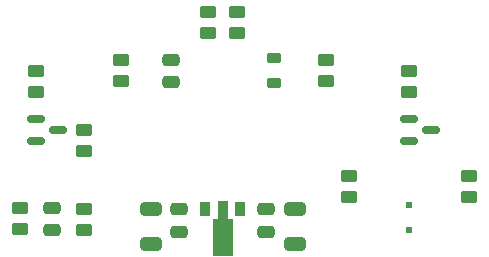
<source format=gbp>
%TF.GenerationSoftware,KiCad,Pcbnew,(6.0.1)*%
%TF.CreationDate,2022-01-30T12:56:23-05:00*%
%TF.ProjectId,C64-Composite-Modulator,4336342d-436f-46d7-906f-736974652d4d,0825*%
%TF.SameCoordinates,Original*%
%TF.FileFunction,Paste,Bot*%
%TF.FilePolarity,Positive*%
%FSLAX46Y46*%
G04 Gerber Fmt 4.6, Leading zero omitted, Abs format (unit mm)*
G04 Created by KiCad (PCBNEW (6.0.1)) date 2022-01-30 12:56:23*
%MOMM*%
%LPD*%
G01*
G04 APERTURE LIST*
G04 Aperture macros list*
%AMRoundRect*
0 Rectangle with rounded corners*
0 $1 Rounding radius*
0 $2 $3 $4 $5 $6 $7 $8 $9 X,Y pos of 4 corners*
0 Add a 4 corners polygon primitive as box body*
4,1,4,$2,$3,$4,$5,$6,$7,$8,$9,$2,$3,0*
0 Add four circle primitives for the rounded corners*
1,1,$1+$1,$2,$3*
1,1,$1+$1,$4,$5*
1,1,$1+$1,$6,$7*
1,1,$1+$1,$8,$9*
0 Add four rect primitives between the rounded corners*
20,1,$1+$1,$2,$3,$4,$5,0*
20,1,$1+$1,$4,$5,$6,$7,0*
20,1,$1+$1,$6,$7,$8,$9,0*
20,1,$1+$1,$8,$9,$2,$3,0*%
%AMFreePoly0*
4,1,9,3.862500,-0.866500,0.737500,-0.866500,0.737500,-0.450000,-0.737500,-0.450000,-0.737500,0.450000,0.737500,0.450000,0.737500,0.866500,3.862500,0.866500,3.862500,-0.866500,3.862500,-0.866500,$1*%
G04 Aperture macros list end*
%ADD10RoundRect,0.250000X-0.450000X0.262500X-0.450000X-0.262500X0.450000X-0.262500X0.450000X0.262500X0*%
%ADD11RoundRect,0.250000X-0.475000X0.250000X-0.475000X-0.250000X0.475000X-0.250000X0.475000X0.250000X0*%
%ADD12R,0.900000X1.300000*%
%ADD13FreePoly0,270.000000*%
%ADD14RoundRect,0.150000X-0.587500X-0.150000X0.587500X-0.150000X0.587500X0.150000X-0.587500X0.150000X0*%
%ADD15R,0.500000X0.500000*%
%ADD16RoundRect,0.218750X-0.381250X0.218750X-0.381250X-0.218750X0.381250X-0.218750X0.381250X0.218750X0*%
%ADD17RoundRect,0.250000X-0.650000X0.325000X-0.650000X-0.325000X0.650000X-0.325000X0.650000X0.325000X0*%
G04 APERTURE END LIST*
D10*
X139523266Y-90415450D03*
X139523266Y-92240450D03*
X161687000Y-104327950D03*
X161687000Y-106152950D03*
X129072000Y-107090450D03*
X129072000Y-108915450D03*
D11*
X136455800Y-94485450D03*
X136455800Y-96385450D03*
D10*
X132189500Y-94502950D03*
X132189500Y-96327950D03*
X149499500Y-94502950D03*
X149499500Y-96327950D03*
D12*
X139282000Y-107147950D03*
D13*
X140782000Y-107235450D03*
D12*
X142282000Y-107147950D03*
D11*
X126348666Y-107015450D03*
X126348666Y-108915450D03*
D14*
X124982000Y-101377950D03*
X124982000Y-99477950D03*
X126857000Y-100427950D03*
X156592000Y-101377950D03*
X156592000Y-99477950D03*
X158467000Y-100427950D03*
D15*
X156592000Y-108947950D03*
X156592000Y-106747950D03*
D10*
X142040732Y-90415450D03*
X142040732Y-92240450D03*
X129072000Y-100427950D03*
X129072000Y-102252950D03*
X151527000Y-104327950D03*
X151527000Y-106152950D03*
X156592000Y-95415450D03*
X156592000Y-97240450D03*
D16*
X145108200Y-94372950D03*
X145108200Y-96497950D03*
D10*
X124982000Y-95415450D03*
X124982000Y-97240450D03*
D17*
X134682000Y-107147950D03*
X134682000Y-110097950D03*
D10*
X123625333Y-107015450D03*
X123625333Y-108840450D03*
D17*
X146882000Y-107147950D03*
X146882000Y-110097950D03*
D11*
X144482000Y-107147950D03*
X144482000Y-109047950D03*
X137082000Y-107147950D03*
X137082000Y-109047950D03*
M02*

</source>
